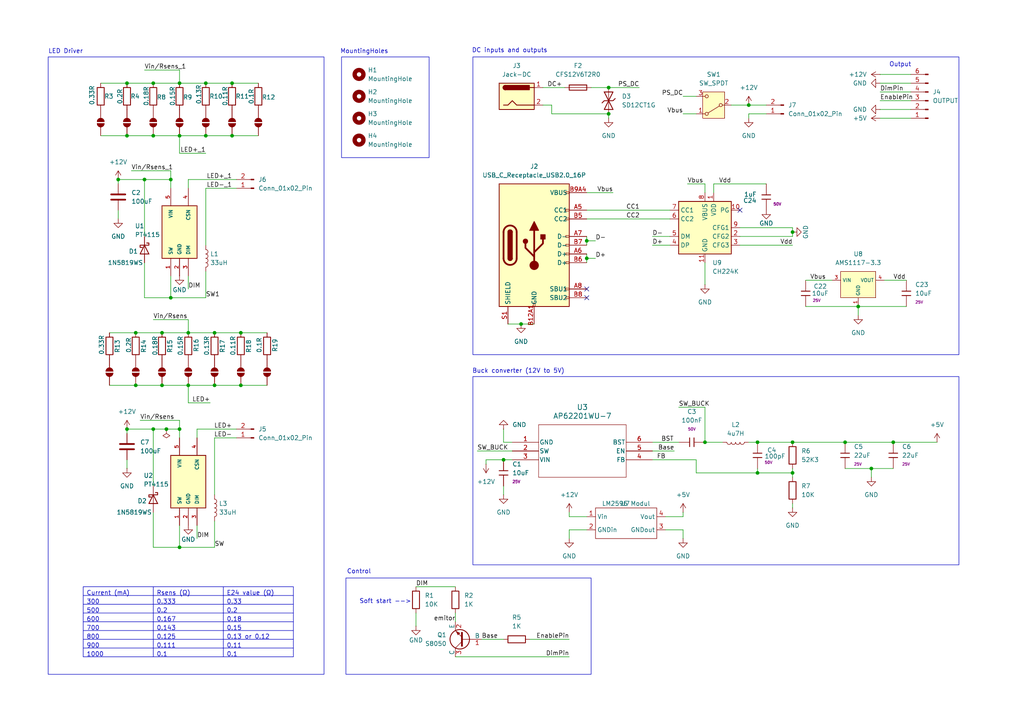
<source format=kicad_sch>
(kicad_sch (version 20250114) (generator "eeschema") (generator_version "9.0")
  (paper "A4")
  (title_block (title "CCFL2LED") (rev "1.0.3") (company "Пионир/Поново"))
  (rectangle (start 13.97 16.51) (end 93.98 195.58))
  (rectangle (start 100.33 167.64) (end 171.45 195.58))
  (rectangle (start 99.06 16.51) (end 124.46 45.72))
  (rectangle (start 137.16 109.22) (end 278.13 163.83))
  (rectangle (start 137.16 16.51) (end 278.13 102.87))
  (text "Buck converter (12V to 5V)" (at 150.368 107.696 0) (effects (font (size 1.27 1.27))))
  (text "LED Driver\n" (at 19.05 14.986 0) (effects (font (size 1.27 1.27))))
  (text "Control\n" (at 104.14 165.862 0) (effects (font (size 1.27 1.27))))
  (text "Soft start -->" (at 111.76 174.498 0) (effects (font (size 1.27 1.27))))
  (text "MountingHoles\n" (at 105.664 14.986 0) (effects (font (size 1.27 1.27))))
  (text "Output\n" (at 261.112 18.796 0) (effects (font (size 1.27 1.27))))
  (text "DC inputs and outputs\n\n" (at 147.828 15.748 0) (effects (font (size 1.27 1.27))))
  (junction (at 146.05 133.35))
  (junction (at 229.87 137.16))
  (junction (at 52.07 24.13))
  (junction (at 46.99 96.52))
  (junction (at 62.23 111.76))
  (junction (at 34.29 52.07))
  (junction (at 170.18 69.85))
  (junction (at 252.73 135.89))
  (junction (at 49.53 52.07))
  (junction (at 204.47 128.27))
  (junction (at 39.37 96.52))
  (junction (at 176.53 33.02))
  (junction (at 245.11 128.27))
  (junction (at 36.83 124.46))
  (junction (at 67.31 24.13))
  (junction (at 217.17 30.48))
  (junction (at 229.87 67.31))
  (junction (at 151.13 93.98))
  (junction (at 62.23 96.52))
  (junction (at 52.07 124.46))
  (junction (at 36.83 39.37))
  (junction (at 52.07 158.75))
  (junction (at 44.45 24.13))
  (junction (at 46.99 111.76))
  (junction (at 69.85 96.52))
  (junction (at 39.37 111.76))
  (junction (at 248.92 88.9))
  (junction (at 229.87 128.27))
  (junction (at 52.07 39.37))
  (junction (at 59.69 24.13))
  (junction (at 44.45 39.37))
  (junction (at 36.83 24.13))
  (junction (at 170.18 74.93))
  (junction (at 219.71 128.27))
  (junction (at 49.53 86.36))
  (junction (at 176.53 25.4))
  (junction (at 41.91 52.07))
  (junction (at 259.08 128.27))
  (junction (at 67.31 39.37))
  (junction (at 69.85 111.76))
  (junction (at 44.45 124.46))
  (junction (at 54.61 111.76))
  (junction (at 48.26 124.46))
  (junction (at 219.71 137.16))
  (junction (at 54.61 96.52))
  (junction (at 59.69 39.37))
  (no_connect (at 170.18 83.82))
  (no_connect (at 170.18 86.36))
  (no_connect (at 214.63 60.96))
  (wire (pts (xy 54.61 80.01) (xy 54.61 83.82)))
  (wire (pts (xy 69.85 96.52) (xy 77.47 96.52)))
  (wire (pts (xy 62.23 127) (xy 68.58 127)))
  (wire (pts (xy 52.07 24.13) (xy 59.69 24.13)))
  (wire (pts (xy 255.27 34.29) (xy 264.16 34.29)))
  (wire (pts (xy 52.07 124.46) (xy 52.07 121.92)))
  (wire (pts (xy 252.73 135.89) (xy 252.73 138.43)))
  (wire (pts (xy 41.91 20.32) (xy 52.07 20.32)))
  (wire (pts (xy 201.93 133.35) (xy 201.93 137.16)))
  (wire (pts (xy 248.92 88.9) (xy 262.89 88.9)))
  (wire (pts (xy 54.61 54.61) (xy 54.61 52.07)))
  (wire (pts (xy 36.83 39.37) (xy 44.45 39.37)))
  (wire (pts (xy 132.08 190.5) (xy 165.1 190.5)))
  (wire (pts (xy 165.1 148.59) (xy 165.1 149.86)))
  (wire (pts (xy 165.1 153.67) (xy 170.18 153.67)))
  (wire (pts (xy 57.15 127) (xy 57.15 124.46)))
  (wire (pts (xy 31.75 96.52) (xy 39.37 96.52)))
  (wire (pts (xy 189.23 133.35) (xy 201.93 133.35)))
  (wire (pts (xy 229.87 67.31) (xy 229.87 68.58)))
  (wire (pts (xy 256.54 81.28) (xy 262.89 81.28)))
  (wire (pts (xy 217.17 30.48) (xy 222.25 30.48)))
  (wire (pts (xy 255.27 29.21) (xy 264.16 29.21)))
  (wire (pts (xy 44.45 148.59) (xy 44.45 158.75)))
  (wire (pts (xy 36.83 124.46) (xy 44.45 124.46)))
  (wire (pts (xy 259.08 135.89) (xy 252.73 135.89)))
  (wire (pts (xy 219.71 137.16) (xy 229.87 137.16)))
  (wire (pts (xy 214.63 66.04) (xy 229.87 66.04)))
  (wire (pts (xy 259.08 128.27) (xy 271.78 128.27)))
  (wire (pts (xy 57.15 152.4) (xy 57.15 156.21)))
  (wire (pts (xy 138.43 130.81) (xy 148.59 130.81)))
  (wire (pts (xy 248.92 88.9) (xy 248.92 91.44)))
  (wire (pts (xy 219.71 128.27) (xy 229.87 128.27)))
  (wire (pts (xy 59.69 24.13) (xy 67.31 24.13)))
  (wire (pts (xy 165.1 156.21) (xy 165.1 153.67)))
  (wire (pts (xy 52.07 124.46) (xy 52.07 127)))
  (wire (pts (xy 176.53 33.02) (xy 176.53 34.29)))
  (wire (pts (xy 212.09 30.48) (xy 217.17 30.48)))
  (wire (pts (xy 165.1 149.86) (xy 170.18 149.86)))
  (wire (pts (xy 204.47 128.27) (xy 204.47 118.11)))
  (wire (pts (xy 199.39 53.34) (xy 204.47 53.34)))
  (wire (pts (xy 41.91 76.2) (xy 41.91 86.36)))
  (wire (pts (xy 245.11 135.89) (xy 252.73 135.89)))
  (wire (pts (xy 44.45 92.71) (xy 54.61 92.71)))
  (wire (pts (xy 217.17 33.02) (xy 217.17 34.29)))
  (wire (pts (xy 36.83 124.46) (xy 36.83 125.73)))
  (wire (pts (xy 255.27 21.59) (xy 264.16 21.59)))
  (wire (pts (xy 52.07 152.4) (xy 52.07 158.75)))
  (wire (pts (xy 62.23 151.13) (xy 62.23 158.75)))
  (wire (pts (xy 146.05 133.35) (xy 148.59 133.35)))
  (wire (pts (xy 198.12 27.94) (xy 201.93 27.94)))
  (wire (pts (xy 54.61 52.07) (xy 68.58 52.07)))
  (wire (pts (xy 255.27 24.13) (xy 264.16 24.13)))
  (wire (pts (xy 146.05 140.97) (xy 146.05 143.51)))
  (wire (pts (xy 204.47 76.2) (xy 204.47 82.55)))
  (wire (pts (xy 34.29 52.07) (xy 34.29 53.34)))
  (wire (pts (xy 49.53 52.07) (xy 49.53 49.53)))
  (wire (pts (xy 201.93 137.16) (xy 219.71 137.16)))
  (wire (pts (xy 214.63 68.58) (xy 229.87 68.58)))
  (wire (pts (xy 54.61 116.84) (xy 60.96 116.84)))
  (wire (pts (xy 233.68 81.28) (xy 241.3 81.28)))
  (wire (pts (xy 69.85 111.76) (xy 77.47 111.76)))
  (wire (pts (xy 46.99 96.52) (xy 54.61 96.52)))
  (wire (pts (xy 41.91 52.07) (xy 49.53 52.07)))
  (wire (pts (xy 233.68 88.9) (xy 248.92 88.9)))
  (wire (pts (xy 120.65 177.8) (xy 120.65 181.61)))
  (wire (pts (xy 140.97 133.35) (xy 146.05 133.35)))
  (wire (pts (xy 214.63 71.12) (xy 229.87 71.12)))
  (wire (pts (xy 198.12 153.67) (xy 198.12 156.21)))
  (wire (pts (xy 204.47 118.11) (xy 196.85 118.11)))
  (wire (pts (xy 41.91 52.07) (xy 41.91 68.58)))
  (wire (pts (xy 198.12 149.86) (xy 193.04 149.86)))
  (wire (pts (xy 62.23 96.52) (xy 69.85 96.52)))
  (wire (pts (xy 229.87 137.16) (xy 229.87 138.43)))
  (wire (pts (xy 46.99 111.76) (xy 54.61 111.76)))
  (wire (pts (xy 59.69 54.61) (xy 59.69 71.12)))
  (wire (pts (xy 59.69 39.37) (xy 67.31 39.37)))
  (wire (pts (xy 219.71 135.89) (xy 219.71 137.16)))
  (wire (pts (xy 52.07 44.45) (xy 59.69 44.45)))
  (wire (pts (xy 217.17 128.27) (xy 219.71 128.27)))
  (wire (pts (xy 52.07 20.32) (xy 52.07 24.13)))
  (wire (pts (xy 67.31 39.37) (xy 74.93 39.37)))
  (wire (pts (xy 229.87 66.04) (xy 229.87 67.31)))
  (wire (pts (xy 170.18 68.58) (xy 170.18 69.85)))
  (wire (pts (xy 189.23 128.27) (xy 196.85 128.27)))
  (wire (pts (xy 52.07 39.37) (xy 52.07 44.45)))
  (wire (pts (xy 153.67 185.42) (xy 165.1 185.42)))
  (wire (pts (xy 40.64 121.92) (xy 52.07 121.92)))
  (wire (pts (xy 31.75 111.76) (xy 39.37 111.76)))
  (wire (pts (xy 229.87 146.05) (xy 229.87 147.32)))
  (wire (pts (xy 49.53 86.36) (xy 59.69 86.36)))
  (wire (pts (xy 57.15 124.46) (xy 68.58 124.46)))
  (wire (pts (xy 62.23 127) (xy 62.23 143.51)))
  (wire (pts (xy 54.61 111.76) (xy 54.61 116.84)))
  (wire (pts (xy 204.47 128.27) (xy 209.55 128.27)))
  (wire (pts (xy 146.05 128.27) (xy 148.59 128.27)))
  (wire (pts (xy 139.7 185.42) (xy 146.05 185.42)))
  (wire (pts (xy 29.21 24.13) (xy 36.83 24.13)))
  (wire (pts (xy 39.37 111.76) (xy 46.99 111.76)))
  (wire (pts (xy 67.31 24.13) (xy 74.93 24.13)))
  (wire (pts (xy 132.08 177.8) (xy 132.08 180.34)))
  (wire (pts (xy 204.47 55.88) (xy 204.47 53.34)))
  (wire (pts (xy 207.01 55.88) (xy 207.01 53.34)))
  (wire (pts (xy 189.23 68.58) (xy 194.31 68.58)))
  (wire (pts (xy 157.48 25.4) (xy 163.83 25.4)))
  (wire (pts (xy 198.12 33.02) (xy 201.93 33.02)))
  (wire (pts (xy 176.53 25.4) (xy 185.42 25.4)))
  (wire (pts (xy 170.18 74.93) (xy 170.18 73.66)))
  (wire (pts (xy 59.69 78.74) (xy 59.69 86.36)))
  (wire (pts (xy 48.26 124.46) (xy 52.07 124.46)))
  (wire (pts (xy 44.45 24.13) (xy 52.07 24.13)))
  (wire (pts (xy 245.11 128.27) (xy 259.08 128.27)))
  (wire (pts (xy 49.53 80.01) (xy 49.53 86.36)))
  (wire (pts (xy 170.18 74.93) (xy 170.18 76.2)))
  (wire (pts (xy 157.48 30.48) (xy 160.02 30.48)))
  (wire (pts (xy 160.02 30.48) (xy 160.02 33.02)))
  (wire (pts (xy 62.23 111.76) (xy 69.85 111.76)))
  (wire (pts (xy 44.45 124.46) (xy 44.45 140.97)))
  (wire (pts (xy 34.29 52.07) (xy 41.91 52.07)))
  (wire (pts (xy 189.23 71.12) (xy 194.31 71.12)))
  (wire (pts (xy 34.29 60.96) (xy 34.29 63.5)))
  (wire (pts (xy 59.69 54.61) (xy 68.58 54.61)))
  (wire (pts (xy 170.18 60.96) (xy 194.31 60.96)))
  (wire (pts (xy 170.18 69.85) (xy 172.72 69.85)))
  (wire (pts (xy 170.18 55.88) (xy 177.8 55.88)))
  (wire (pts (xy 49.53 52.07) (xy 49.53 54.61)))
  (wire (pts (xy 36.83 24.13) (xy 44.45 24.13)))
  (wire (pts (xy 54.61 111.76) (xy 62.23 111.76)))
  (wire (pts (xy 44.45 124.46) (xy 48.26 124.46)))
  (wire (pts (xy 189.23 130.81) (xy 195.58 130.81)))
  (wire (pts (xy 52.07 39.37) (xy 59.69 39.37)))
  (wire (pts (xy 193.04 153.67) (xy 198.12 153.67)))
  (wire (pts (xy 147.32 93.98) (xy 151.13 93.98)))
  (wire (pts (xy 151.13 93.98) (xy 154.94 93.98)))
  (wire (pts (xy 172.72 74.93) (xy 170.18 74.93)))
  (wire (pts (xy 39.37 96.52) (xy 46.99 96.52)))
  (wire (pts (xy 160.02 33.02) (xy 176.53 33.02)))
  (wire (pts (xy 54.61 92.71) (xy 54.61 96.52)))
  (wire (pts (xy 170.18 69.85) (xy 170.18 71.12)))
  (wire (pts (xy 170.18 63.5) (xy 194.31 63.5)))
  (wire (pts (xy 229.87 128.27) (xy 245.11 128.27)))
  (wire (pts (xy 171.45 25.4) (xy 176.53 25.4)))
  (wire (pts (xy 229.87 137.16) (xy 229.87 135.89)))
  (wire (pts (xy 44.45 39.37) (xy 52.07 39.37)))
  (wire (pts (xy 222.25 33.02) (xy 217.17 33.02)))
  (wire (pts (xy 54.61 96.52) (xy 62.23 96.52)))
  (wire (pts (xy 52.07 158.75) (xy 62.23 158.75)))
  (wire (pts (xy 198.12 148.59) (xy 198.12 149.86)))
  (wire (pts (xy 44.45 158.75) (xy 52.07 158.75)))
  (wire (pts (xy 146.05 124.46) (xy 146.05 128.27)))
  (wire (pts (xy 255.27 26.67) (xy 264.16 26.67)))
  (wire (pts (xy 29.21 39.37) (xy 36.83 39.37)))
  (wire (pts (xy 36.83 133.35) (xy 36.83 135.89)))
  (wire (pts (xy 38.1 49.53) (xy 49.53 49.53)))
  (wire (pts (xy 120.65 170.18) (xy 132.08 170.18)))
  (wire (pts (xy 207.01 53.34) (xy 222.25 53.34)))
  (wire (pts (xy 140.97 133.35) (xy 140.97 134.62)))
  (wire (pts (xy 255.27 31.75) (xy 264.16 31.75)))
  (wire (pts (xy 41.91 86.36) (xy 49.53 86.36)))
  (table (column_count 3) (border (external yes) (header yes)) (separators (rows yes) (cols yes)) (column_widths 20.32 20.32 20.32) (row_heights 2.54 2.54 2.54 2.54 2.54 2.54 2.54 2.54) (cells (table_cell "Current (mA)" (at 24.13 170.18 0) (size 20.32 2.54) (margins 0.9525 0.9525 0.9525 0.9525) (span 1 1)) (table_cell "Rsens (Ω)" (at 44.45 170.18 0) (size 20.32 2.54) (margins 0.9525 0.9525 0.9525 0.9525) (span 1 1)) (table_cell "E24 value (Ω)" (at 64.77 170.18 0) (size 20.32 2.54) (margins 0.9525 0.9525 0.9525 0.9525) (span 1 1)) (table_cell "300" (at 24.13 172.72 0) (size 20.32 2.54) (margins 0.9525 0.9525 0.9525 0.9525) (span 1 1)) (table_cell "0.333" (at 44.45 172.72 0) (size 20.32 2.54) (margins 0.9525 0.9525 0.9525 0.9525) (span 1 1)) (table_cell "0.33" (at 64.77 172.72 0) (size 20.32 2.54) (margins 0.9525 0.9525 0.9525 0.9525) (span 1 1)) (table_cell "500" (at 24.13 175.26 0) (size 20.32 2.54) (margins 0.9525 0.9525 0.9525 0.9525) (span 1 1)) (table_cell "0.2" (at 44.45 175.26 0) (size 20.32 2.54) (margins 0.9525 0.9525 0.9525 0.9525) (span 1 1)) (table_cell "0.2" (at 64.77 175.26 0) (size 20.32 2.54) (margins 0.9525 0.9525 0.9525 0.9525) (span 1 1)) (table_cell "600" (at 24.13 177.8 0) (size 20.32 2.54) (margins 0.9525 0.9525 0.9525 0.9525) (span 1 1)) (table_cell "0.167" (at 44.45 177.8 0) (size 20.32 2.54) (margins 0.9525 0.9525 0.9525 0.9525) (span 1 1)) (table_cell "0.18" (at 64.77 177.8 0) (size 20.32 2.54) (margins 0.9525 0.9525 0.9525 0.9525) (span 1 1)) (table_cell "700" (at 24.13 180.34 0) (size 20.32 2.54) (margins 0.9525 0.9525 0.9525 0.9525) (span 1 1)) (table_cell "0.143" (at 44.45 180.34 0) (size 20.32 2.54) (margins 0.9525 0.9525 0.9525 0.9525) (span 1 1)) (table_cell "0.15" (at 64.77 180.34 0) (size 20.32 2.54) (margins 0.9525 0.9525 0.9525 0.9525) (span 1 1)) (table_cell "800" (at 24.13 182.88 0) (size 20.32 2.54) (margins 0.9525 0.9525 0.9525 0.9525) (span 1 1)) (table_cell "0.125" (at 44.45 182.88 0) (size 20.32 2.54) (margins 0.9525 0.9525 0.9525 0.9525) (span 1 1)) (table_cell "0.13 or 0.12" (at 64.77 182.88 0) (size 20.32 2.54) (margins 0.9525 0.9525 0.9525 0.9525) (span 1 1)) (table_cell "900" (at 24.13 185.42 0) (size 20.32 2.54) (margins 0.9525 0.9525 0.9525 0.9525) (span 1 1)) (table_cell "0.111" (at 44.45 185.42 0) (size 20.32 2.54) (margins 0.9525 0.9525 0.9525 0.9525) (span 1 1)) (table_cell "0.11" (at 64.77 185.42 0) (size 20.32 2.54) (margins 0.9525 0.9525 0.9525 0.9525) (span 1 1)) (table_cell "1000" (at 24.13 187.96 0) (size 20.32 2.54) (margins 0.9525 0.9525 0.9525 0.9525) (span 1 1)) (table_cell "0.1" (at 44.45 187.96 0) (size 20.32 2.54) (margins 0.9525 0.9525 0.9525 0.9525) (span 1 1)) (table_cell "0.1" (at 64.77 187.96 0) (size 20.32 2.54) (margins 0.9525 0.9525 0.9525 0.9525) (span 1 1))))
  (label "BST" (at 191.77 128.27 0))
  (label "LED-_1" (at 67.31 54.61 180))
  (label "CC2" (at 181.61 63.5 0))
  (label "FB" (at 190.5 133.35 0))
  (label "DC+" (at 158.75 25.4 0))
  (label "LED+_1" (at 67.31 52.07 180))
  (label "LED-" (at 67.31 127 180))
  (label "Base" (at 195.58 130.81 180))
  (label "LED+" (at 67.31 124.46 180))
  (label "Vbus" (at 199.39 53.34 0))
  (label "LED+_1" (at 59.69 44.45 180))
  (label "PS_DC" (at 198.12 27.94 180))
  (label "emitor" (at 132.08 180.34 180))
  (label "SW_BUCK" (at 196.85 118.11 0))
  (label "DIM" (at 57.15 156.21 0))
  (label "Vin{slash}Rsens_1" (at 38.1 49.53 0))
  (label "DimPin" (at 255.27 26.67 0))
  (label "EnablePin" (at 165.1 185.42 180))
  (label "DIM" (at 120.65 170.18 0))
  (label "EnablePin" (at 255.27 29.21 0))
  (label "Vin{slash}Rsens_1" (at 41.91 20.32 0))
  (label "Base" (at 139.7 185.42 0))
  (label "Vdd" (at 259.08 81.28 0))
  (label "Vin{slash}Rsens" (at 44.45 92.71 0))
  (label "SW" (at 62.23 158.75 0))
  (label "Vdd" (at 212.09 53.34 180))
  (label "Vin{slash}Rsens" (at 40.64 121.92 0))
  (label "Vbus" (at 177.8 55.88 180))
  (label "Vbus" (at 234.95 81.28 0))
  (label "PS_DC" (at 185.42 25.4 180))
  (label "CC1" (at 181.61 60.96 0))
  (label "Vdd" (at 229.87 71.12 180))
  (label "D+" (at 189.23 71.12 0))
  (label "D-" (at 189.23 68.58 0))
  (label "SW_BUCK" (at 138.43 130.81 0))
  (label "DIM" (at 54.61 83.82 0))
  (label "Vbus" (at 198.12 33.02 180))
  (label "DimPin" (at 165.1 190.5 180))
  (label "D-" (at 172.72 69.85 0))
  (label "SW1" (at 59.69 86.36 0))
  (label "D+" (at 172.72 74.93 0))
  (label "LED+" (at 60.96 116.84 180))
  (symbol (lib_id "PCM_JLCPCB-Capacitors:0603,100pF") (at 219.71 132.08 0) (unit 1)
    (property "Reference" "C4" (at 222.504 130.556 0) (effects (justify left)))
    (property "Value" "100pF" (at 221.742 132.334 0) (effects (justify left)))
    (property "Footprint" "PCM_JLCPCB:C_0603" (effects (hide yes)))
    (property "Datasheet" "https://www.lcsc.com/datasheet/lcsc_datasheet_2304140030_Samsung-Electro-Mechanics-CL10C101JB8NNNC_C14858.pdf" (effects (hide yes)))
    (property "Description" "50V 100pF C0G ±5% 0603 Multilayer Ceramic Capacitors MLCC - SMD/SMT ROHS" (effects (hide yes)))
    (property "LCSC Part #" "C519407" (effects (hide yes)))
    (property "LCSC" "C14858" (effects (hide yes)))
    (property "Stock" "3931535" (effects (hide yes)))
    (property "Price" "0.007USD" (effects (hide yes)))
    (property "Process" "SMT" (effects (hide yes)))
    (property "Minimum Qty" "20" (effects (hide yes)))
    (property "Attrition Qty" "10" (effects (hide yes)))
    (property "Class" "Basic Component" (effects (hide yes)))
    (property "Category" "Capacitors,Multilayer Ceramic Capacitors MLCC - SMD/SMT" (effects (hide yes)))
    (property "Manufacturer" "Samsung Electro-Mechanics" (effects (hide yes)))
    (property "Part" "CL10C101JB8NNNC" (effects (hide yes)))
    (property "Voltage Rated" "50V" (at 221.742 134.1262 0) (effects (font (size 0.8 0.8)) (justify left)))
    (property "Tolerance" "±5%" (effects (hide yes)))
    (property "Capacitance" "100pF" (effects (hide yes)))
    (property "Temperature Coefficient" "C0G" (effects (hide yes)))
  )
  (symbol (lib_id "power:+12V") (at 255.27 21.59 90) (unit 1)
    (property "Reference" "#PWR014" (effects (hide yes)))
    (property "Value" "+12V" (at 251.46 21.5899 90) (effects (justify left)))
    (property "Description" "Power symbol creates a global label with name \"+12V\"" (effects (hide yes)))
  )
  (symbol (lib_id "PCM_JLCPCB-Capacitors:0603,1uF") (at 222.25 57.15 0) (unit 1)
    (property "Reference" "C24" (at 219.456 58.1661 0) (effects (justify right)))
    (property "Value" "1uF" (at 219.456 56.388 0) (effects (justify right)))
    (property "Footprint" "PCM_JLCPCB:C_0603" (effects (hide yes)))
    (property "Datasheet" "https://www.lcsc.com/datasheet/lcsc_datasheet_2304140030_Samsung-Electro-Mechanics-CL10A105KB8NNNC_C15849.pdf" (effects (hide yes)))
    (property "Description" "50V 1uF X5R ±10% 0603 Multilayer Ceramic Capacitors MLCC - SMD/SMT ROHS" (effects (hide yes)))
    (property "LCSC" "C15849" (effects (hide yes)))
    (property "Stock" "9853704" (effects (hide yes)))
    (property "Price" "0.008USD" (effects (hide yes)))
    (property "Process" "SMT" (effects (hide yes)))
    (property "Minimum Qty" "20" (effects (hide yes)))
    (property "Attrition Qty" "10" (effects (hide yes)))
    (property "Class" "Basic Component" (effects (hide yes)))
    (property "Category" "Capacitors,Multilayer Ceramic Capacitors MLCC - SMD/SMT" (effects (hide yes)))
    (property "Manufacturer" "Samsung Electro-Mechanics" (effects (hide yes)))
    (property "Part" "CL10A105KB8NNNC" (effects (hide yes)))
    (property "Voltage Rated" "50V" (at 224.282 59.1962 0) (effects (font (size 0.8 0.8)) (justify left)))
    (property "Tolerance" "±10%" (effects (hide yes)))
    (property "Capacitance" "1uF" (effects (hide yes)))
    (property "Temperature Coefficient" "X5R" (effects (hide yes)))
    (property "LCSC Part #" "C15849" (effects (hide yes)))
  )
  (symbol (lib_id "power:GND") (at 120.65 181.61 0) (unit 1)
    (property "Reference" "#PWR04" (effects (hide yes)))
    (property "Value" "GND" (at 120.65 185.674 0))
    (property "Description" "Power symbol creates a global label with name \"GND\" , ground" (effects (hide yes)))
  )
  (symbol (lib_id "Device:Fuse") (at 167.64 25.4 90) (unit 1)
    (property "Reference" "F2" (at 167.64 19.05 90))
    (property "Value" "CFS12V6T2R0" (at 167.64 21.59 90))
    (property "Footprint" "Fuse:Fuse_1206_3216Metric" (effects (hide yes)))
    (property "Datasheet" "https://www.lcsc.com/datasheet/lcsc_datasheet_1809050939_TA-I-Tech-CFS12V6T2R0_C163132.pdf" (effects (hide yes)))
    (property "Description" "Fuse" (effects (hide yes)))
    (property "LCSC Part #" "C163132" (effects (hide yes)))
    (property "LCSC" "C163132" (effects (hide yes)))
  )
  (symbol (lib_id "Device:R") (at 74.93 27.94 0) (unit 1)
    (property "Reference" "R12" (at 75.946 28.194 0) (effects (justify left)))
    (property "Value" "0.1R" (at 72.898 30.226 90) (effects (justify left)))
    (property "Footprint" "Resistor_SMD:R_1206_3216Metric_Pad1.30x1.75mm_HandSolder" (effects (hide yes)))
    (property "Description" "Resistor" (effects (hide yes)))
    (property "LCSC" "C188071" (effects (hide yes)))
    (property "LCSC Part #" "C188071" (effects (hide yes)))
  )
  (symbol (lib_id "PCM_JLCPCB-Power:LDO, 3.3V, 1A") (at 248.92 83.82 0) (unit 1)
    (property "Reference" "U8" (at 248.92 73.66 0))
    (property "Value" "AMS1117-3.3" (at 248.92 76.2 0))
    (property "Footprint" "PCM_JLCPCB:SOT-223-3_L6.5-W3.4-P2.30-LS7.0-BR" (effects (hide yes)))
    (property "Datasheet" "https://www.lcsc.com/datasheet/lcsc_datasheet_2410121508_Advanced-Monolithic-Systems-AMS1117-3-3_C6186.pdf" (effects (hide yes)))
    (property "Description" "72dB@(120Hz) 1A Fixed 3.3V Positive electrode SOT-223 Voltage Regulators - Linear, Low Drop Out (LDO) Regulators ROHS" (effects (hide yes)))
    (property "LCSC" "C6186" (effects (hide yes)))
    (property "Stock" "553919" (effects (hide yes)))
    (property "Price" "0.179USD" (effects (hide yes)))
    (property "Process" "SMT" (effects (hide yes)))
    (property "Minimum Qty" "2" (effects (hide yes)))
    (property "Attrition Qty" "0" (effects (hide yes)))
    (property "Class" "Basic Component" (effects (hide yes)))
    (property "Category" "Power Management ICs,Linear Voltage Regulators (LDO)" (effects (hide yes)))
    (property "Manufacturer" "Advanced Monolithic Systems" (effects (hide yes)))
    (property "Part" "AMS1117-3.3" (effects (hide yes)))
    (property "Number Of Outputs" "1" (effects (hide yes)))
    (property "Output Voltage" "3.3V" (effects (hide yes)))
    (property "Dropout Voltage" "1.3V@(800mA)" (effects (hide yes)))
    (property "Output Current" "1A" (effects (hide yes)))
    (property "Output Type" "Fixed" (effects (hide yes)))
    (property "Output Polarity" "Positive electrode" (effects (hide yes)))
    (property "Power Supply Rejection Ratio (Psrr)" "72dB@(120Hz)" (effects (hide yes)))
    (property "Feature" "Overcurrent Protection(OCP);Thermal Protection(TSD)" (effects (hide yes)))
    (property "LCSC Part #" "C6186" (effects (hide yes)))
  )
  (symbol (lib_id "Device:R") (at 54.61 100.33 0) (unit 1)
    (property "Reference" "R16" (at 56.896 102.108 90) (effects (justify left)))
    (property "Value" "0.15R" (at 52.324 103.124 90) (effects (justify left)))
    (property "Footprint" "Resistor_SMD:R_1206_3216Metric_Pad1.30x1.75mm_HandSolder" (effects (hide yes)))
    (property "Description" "Resistor" (effects (hide yes)))
    (property "LCSC" "C2991747" (effects (hide yes)))
    (property "LCSC Part #" "C2991747" (effects (hide yes)))
  )
  (symbol (lib_id "PCM_JLCPCB-Capacitors:0603,10uF,(2)") (at 262.89 85.09 0) (unit 1)
    (property "Reference" "C23" (at 265.43 82.5499 0) (effects (justify left)))
    (property "Value" "10uF" (at 265.43 85.0899 0) (effects (justify left)))
    (property "Footprint" "PCM_JLCPCB:C_0603" (effects (hide yes)))
    (property "Datasheet" "https://www.lcsc.com/datasheet/lcsc_datasheet_2304140030_Samsung-Electro-Mechanics-CL10A106MA8NRNC_C96446.pdf" (effects (hide yes)))
    (property "Description" "25V 10uF X5R ±20% 0603 Multilayer Ceramic Capacitors MLCC - SMD/SMT ROHS" (effects (hide yes)))
    (property "LCSC Part #" "C96446" (effects (hide yes)))
    (property "Stock" "3489960" (effects (hide yes)))
    (property "Price" "0.021USD" (effects (hide yes)))
    (property "Process" "SMT" (effects (hide yes)))
    (property "Minimum Qty" "20" (effects (hide yes)))
    (property "Attrition Qty" "8" (effects (hide yes)))
    (property "Class" "Basic Component" (effects (hide yes)))
    (property "Category" "Capacitors,Multilayer Ceramic Capacitors MLCC - SMD/SMT" (effects (hide yes)))
    (property "Manufacturer" "Samsung Electro-Mechanics" (effects (hide yes)))
    (property "Part" "CL10A106MA8NRNC" (effects (hide yes)))
    (property "Voltage Rated" "25V" (at 265.43 87.63 0) (effects (font (size 0.8 0.8)) (justify left)))
    (property "Tolerance" "±20%" (effects (hide yes)))
    (property "Capacitance" "10uF" (effects (hide yes)))
    (property "Temperature Coefficient" "X5R" (effects (hide yes)))
    (property "LCSC" "C96446" (effects (hide yes)))
  )
  (symbol (lib_id "Mechanical:MountingHole") (at 104.14 27.94 0) (unit 1) (exclude_from_sim yes) (in_bom no)
    (property "Reference" "H2" (at 106.68 26.6699 0) (effects (justify left)))
    (property "Value" "MountingHole" (at 106.68 29.2099 0) (effects (justify left)))
    (property "Footprint" "MountingHole:MountingHole_2.2mm_M2" (effects (hide yes)))
    (property "Description" "Mounting Hole without connection" (effects (hide yes)))
  )
  (symbol (lib_id "PCM_JLCPCB-Capacitors:0603,100nF") (at 200.66 128.27 90) (unit 1)
    (property "Reference" "C3" (at 200.66 119.38 90))
    (property "Value" "100nF" (at 200.66 121.92 90))
    (property "Footprint" "PCM_JLCPCB:C_0603" (effects (hide yes)))
    (property "Datasheet" "https://www.lcsc.com/datasheet/lcsc_datasheet_2211101700_YAGEO-CC0603KRX7R9BB104_C14663.pdf" (effects (hide yes)))
    (property "Description" "50V 100nF X7R ±10% 0603 Multilayer Ceramic Capacitors MLCC - SMD/SMT ROHS" (effects (hide yes)))
    (property "LCSC Part #" "C66501" (effects (hide yes)))
    (property "LCSC" "C14663" (effects (hide yes)))
    (property "Stock" "40838969" (effects (hide yes)))
    (property "Price" "0.006USD" (effects (hide yes)))
    (property "Process" "SMT" (effects (hide yes)))
    (property "Minimum Qty" "20" (effects (hide yes)))
    (property "Attrition Qty" "6" (effects (hide yes)))
    (property "Class" "Basic Component" (effects (hide yes)))
    (property "Category" "Capacitors,Multilayer Ceramic Capacitors MLCC - SMD/SMT" (effects (hide yes)))
    (property "Manufacturer" "YAGEO" (effects (hide yes)))
    (property "Part" "CC0603KRX7R9BB104" (effects (hide yes)))
    (property "Voltage Rated" "50V" (at 200.66 124.46 90) (effects (font (size 0.8 0.8))))
    (property "Tolerance" "±10%" (effects (hide yes)))
    (property "Capacitance" "100nF" (effects (hide yes)))
    (property "Temperature Coefficient" "X7R" (effects (hide yes)))
  )
  (symbol (lib_id "PCM_JLCPCB-Capacitors:0603,10uF,(2)") (at 233.68 85.09 0) (unit 1)
    (property "Reference" "C22" (at 235.966 83.058 0) (effects (justify left)))
    (property "Value" "10uF" (at 235.458 85.09 0) (effects (justify left)))
    (property "Footprint" "PCM_JLCPCB:C_0603" (effects (hide yes)))
    (property "Datasheet" "https://www.lcsc.com/datasheet/lcsc_datasheet_2304140030_Samsung-Electro-Mechanics-CL10A106MA8NRNC_C96446.pdf" (effects (hide yes)))
    (property "Description" "25V 10uF X5R ±20% 0603 Multilayer Ceramic Capacitors MLCC - SMD/SMT ROHS" (effects (hide yes)))
    (property "LCSC" "C96446" (effects (hide yes)))
    (property "Stock" "3489960" (effects (hide yes)))
    (property "Price" "0.021USD" (effects (hide yes)))
    (property "Process" "SMT" (effects (hide yes)))
    (property "Minimum Qty" "20" (effects (hide yes)))
    (property "Attrition Qty" "8" (effects (hide yes)))
    (property "Class" "Basic Component" (effects (hide yes)))
    (property "Category" "Capacitors,Multilayer Ceramic Capacitors MLCC - SMD/SMT" (effects (hide yes)))
    (property "Manufacturer" "Samsung Electro-Mechanics" (effects (hide yes)))
    (property "Part" "CL10A106MA8NRNC" (effects (hide yes)))
    (property "Voltage Rated" "25V" (at 235.712 87.1362 0) (effects (font (size 0.8 0.8)) (justify left)))
    (property "Tolerance" "±20%" (effects (hide yes)))
    (property "Capacitance" "10uF" (effects (hide yes)))
    (property "Temperature Coefficient" "X5R" (effects (hide yes)))
    (property "LCSC Part #" "C96446" (effects (hide yes)))
  )
  (symbol (lib_id "Jumper:SolderJumper_2_Open") (at 74.93 35.56 90) (unit 1) (in_bom no)
    (property "Reference" "JP7" (effects (hide yes)))
    (property "Value" "SolderJumper_2_Open" (effects (hide yes)))
    (property "Footprint" "Jumper:SolderJumper-2_P1.3mm_Open_RoundedPad1.0x1.5mm" (effects (hide yes)))
    (property "Description" "Solder Jumper, 2-pole, open" (effects (hide yes)))
  )
  (symbol (lib_id "Connector:Conn_01x02_Pin") (at 227.33 33.02 180) (unit 1)
    (property "Reference" "J7" (at 228.6 30.4799 0) (effects (justify right)))
    (property "Value" "Conn_01x02_Pin" (at 228.6 33.0199 0) (effects (justify right)))
    (property "Footprint" "Connector_PinSocket_2.54mm:PinSocket_1x02_P2.54mm_Vertical" (effects (hide yes)))
    (property "Description" "Generic connector, single row, 01x02, script generated" (effects (hide yes)))
  )
  (symbol (lib_id "power:GND") (at 151.13 93.98 0) (unit 1)
    (property "Reference" "#PWR049" (effects (hide yes)))
    (property "Value" "GND" (at 151.13 99.06 0))
    (property "Description" "Power symbol creates a global label with name \"GND\" , ground" (effects (hide yes)))
  )
  (symbol (lib_id "power:+12V") (at 165.1 148.59 0) (unit 1)
    (property "Reference" "#PWR048" (effects (hide yes)))
    (property "Value" "+12V" (at 165.1 143.51 0))
    (property "Description" "Power symbol creates a global label with name \"+12V\"" (effects (hide yes)))
  )
  (symbol (lib_id "power:+5V") (at 271.78 128.27 0) (unit 1)
    (property "Reference" "#PWR012" (effects (hide yes)))
    (property "Value" "+5V" (at 271.78 123.19 0))
    (property "Description" "Power symbol creates a global label with name \"+5V\"" (effects (hide yes)))
  )
  (symbol (lib_id "Jumper:SolderJumper_2_Open") (at 54.61 107.95 90) (unit 1) (in_bom no)
    (property "Reference" "JP11" (effects (hide yes)))
    (property "Value" "SolderJumper_2_Open" (effects (hide yes)))
    (property "Footprint" "Jumper:SolderJumper-2_P1.3mm_Open_RoundedPad1.0x1.5mm" (effects (hide yes)))
    (property "Description" "Solder Jumper, 2-pole, open" (effects (hide yes)))
  )
  (symbol (lib_id "power:GND") (at 248.92 91.44 0) (unit 1)
    (property "Reference" "#PWR051" (effects (hide yes)))
    (property "Value" "GND" (at 248.92 96.52 0))
    (property "Description" "Power symbol creates a global label with name \"GND\" , ground" (effects (hide yes)))
  )
  (symbol (lib_id "Jumper:SolderJumper_2_Open") (at 69.85 107.95 90) (unit 1) (in_bom no)
    (property "Reference" "JP13" (effects (hide yes)))
    (property "Value" "SolderJumper_2_Open" (effects (hide yes)))
    (property "Footprint" "Jumper:SolderJumper-2_P1.3mm_Open_RoundedPad1.0x1.5mm" (effects (hide yes)))
    (property "Description" "Solder Jumper, 2-pole, open" (effects (hide yes)))
  )
  (symbol (lib_id "LED_Driver_Global:PT4115") (at 54.61 139.7 90) (unit 1)
    (property "Reference" "U2" (at 41.656 137.922 90) (effects (justify right)))
    (property "Value" "PT4115" (at 41.656 140.462 90) (effects (justify right)))
    (property "Footprint" "LED_Driver_Global:SOT-89-5" (effects (hide yes)))
    (property "Datasheet" "https://mm.digikey.com/Volume0/opasdata/d220001/medias/docus/6128/PT4115.pdf" (effects (hide yes)))
    (property "Description" "30V,1.2A Step-down High Brightness LED Driver with 5000:1 Dimming" (effects (hide yes)))
    (property "MF" "Pulse" (effects (hide yes)))
    (property "Package" "None" (effects (hide yes)))
    (property "Price" "None" (effects (hide yes)))
    (property "SnapEDA_Link" "https://www.snapeda.com/parts/PT4115/Pulse/view-part/?ref=snap" (effects (hide yes)))
    (property "MP" "PT4115" (effects (hide yes)))
    (property "Availability" "Not in stock" (effects (hide yes)))
    (property "Check_prices" "https://www.snapeda.com/parts/PT4115/Pulse/view-part/?ref=eda" (effects (hide yes)))
    (property "LCSC" "C347356" (effects (hide yes)))
    (property "LCSC Part #" "C347356" (effects (hide yes)))
  )
  (symbol (lib_id "PCM_JLCPCB-Resistors:0603,51kΩ") (at 229.87 132.08 0) (unit 1)
    (property "Reference" "R6" (at 232.41 130.8099 0) (effects (justify left)))
    (property "Value" "52K3" (at 232.41 133.3499 0) (effects (justify left)))
    (property "Footprint" "PCM_JLCPCB:R_0603" (effects (hide yes)))
    (property "Datasheet" "https://www.lcsc.com/datasheet/lcsc_datasheet_2206010116_UNI-ROYAL-Uniroyal-Elec-0603WAF5102T5E_C23196.pdf" (effects (hide yes)))
    (property "Description" "100mW Thick Film Resistors 75V ±100ppm/°C ±1% 51kΩ 0603 Chip Resistor - Surface Mount ROHS" (effects (hide yes)))
    (property "LCSC Part #" "C2933235" (effects (hide yes)))
    (property "LCSC" "C23196" (effects (hide yes)))
    (property "Stock" "1352506" (effects (hide yes)))
    (property "Price" "0.004USD" (effects (hide yes)))
    (property "Process" "SMT" (effects (hide yes)))
    (property "Minimum Qty" "20" (effects (hide yes)))
    (property "Attrition Qty" "10" (effects (hide yes)))
    (property "Class" "Basic Component" (effects (hide yes)))
    (property "Category" "Resistors,Chip Resistor - Surface Mount" (effects (hide yes)))
    (property "Manufacturer" "UNI-ROYAL(Uniroyal Elec)" (effects (hide yes)))
    (property "Part" "0603WAF5102T5E" (effects (hide yes)))
    (property "Resistance" "51kΩ" (effects (hide yes)))
    (property "Power(Watts)" "100mW" (effects (hide yes)))
    (property "Type" "Thick Film Resistors" (effects (hide yes)))
    (property "Overload Voltage (Max)" "75V" (effects (hide yes)))
    (property "Operating Temperature Range" "-55°C~+155°C" (effects (hide yes)))
    (property "Tolerance" "±1%" (effects (hide yes)))
    (property "Temperature Coefficient" "±100ppm/°C" (effects (hide yes)))
  )
  (symbol (lib_id "Device:C") (at 36.83 129.54 0) (unit 1)
    (property "Reference" "C7" (at 40.64 128.2699 0) (effects (justify left)))
    (property "Value" "100uF" (at 40.64 130.8099 0) (effects (justify left)))
    (property "Footprint" "Capacitor_SMD:C_Elec_6.3x7.7" (effects (hide yes)))
    (property "Description" "Unpolarized capacitor" (effects (hide yes)))
    (property "LCSC Part #" "C7432790" (effects (hide yes)))
    (property "LCSC" "C7432790" (effects (hide yes)))
  )
  (symbol (lib_id "power:+12V") (at 140.97 134.62 180) (unit 1)
    (property "Reference" "#PWR047" (effects (hide yes)))
    (property "Value" "+12V" (at 140.97 139.7 0))
    (property "Description" "Power symbol creates a global label with name \"+12V\"" (effects (hide yes)))
  )
  (symbol (lib_id "power:GND") (at 54.61 152.4 0) (unit 1)
    (property "Reference" "#PWR011" (effects (hide yes)))
    (property "Value" "GND" (at 54.61 156.464 0))
    (property "Description" "Power symbol creates a global label with name \"GND\" , ground" (effects (hide yes)))
  )
  (symbol (lib_id "PCM_JLCPCB-Extended:Connector, USB-TYPE-C-16P") (at 154.94 71.12 0) (unit 1)
    (property "Reference" "J2" (at 154.94 48.26 0))
    (property "Value" "USB_C_Receptacle_USB2.0_16P" (at 154.94 50.8 0))
    (property "Footprint" "PCM_JLCPCB:TYPE-C-SMD_HX-TYPE-C-16PIN" (effects (hide yes)))
    (property "Datasheet" "https://atta.szlcsc.com/upload/public/pdf/source/20220920/0EF8F885FCCEA71F60E9E85152155021.pdf" (effects (hide yes)))
    (property "Description" "3A 1 Horizontal attachment 16P Female -25℃~+85℃ Type-C SMD USB Connectors ROHS" (effects (hide yes)))
    (property "LCSC" "C2927039" (effects (hide yes)))
    (property "LCSC Part #" "C2927039" (effects (hide yes)))
  )
  (symbol (lib_id "PCM_JLCPCB-Resistors:0603,10kΩ") (at 229.87 142.24 0) (unit 1)
    (property "Reference" "R7" (at 232.41 140.9699 0) (effects (justify left)))
    (property "Value" "10K" (at 232.41 143.5099 0) (effects (justify left)))
    (property "Footprint" "PCM_JLCPCB:R_0603" (effects (hide yes)))
    (property "Datasheet" "https://www.lcsc.com/datasheet/lcsc_datasheet_2206010045_UNI-ROYAL-Uniroyal-Elec-0603WAF1002T5E_C25804.pdf" (effects (hide yes)))
    (property "Description" "100mW Thick Film Resistors 75V ±100ppm/°C ±1% 10kΩ 0603 Chip Resistor - Surface Mount ROHS" (effects (hide yes)))
    (property "LCSC Part #" "C25804" (effects (hide yes)))
    (property "LCSC" "C25804" (effects (hide yes)))
    (property "Stock" "24239676" (effects (hide yes)))
    (property "Price" "0.004USD" (effects (hide yes)))
    (property "Process" "SMT" (effects (hide yes)))
    (property "Minimum Qty" "20" (effects (hide yes)))
    (property "Attrition Qty" "10" (effects (hide yes)))
    (property "Class" "Basic Component" (effects (hide yes)))
    (property "Category" "Resistors,Chip Resistor - Surface Mount" (effects (hide yes)))
    (property "Manufacturer" "UNI-ROYAL(Uniroyal Elec)" (effects (hide yes)))
    (property "Part" "0603WAF1002T5E" (effects (hide yes)))
    (property "Resistance" "10kΩ" (effects (hide yes)))
    (property "Power(Watts)" "100mW" (effects (hide yes)))
    (property "Type" "Thick Film Resistors" (effects (hide yes)))
    (property "Overload Voltage (Max)" "75V" (effects (hide yes)))
    (property "Operating Temperature Range" "-55°C~+155°C" (effects (hide yes)))
    (property "Tolerance" "±1%" (effects (hide yes)))
    (property "Temperature Coefficient" "±100ppm/°C" (effects (hide yes)))
  )
  (symbol (lib_id "Device:R") (at 46.99 100.33 0) (unit 1)
    (property "Reference" "R15" (at 49.276 102.362 90) (effects (justify left)))
    (property "Value" "0.18R" (at 44.958 103.124 90) (effects (justify left)))
    (property "Footprint" "Resistor_SMD:R_1206_3216Metric_Pad1.30x1.75mm_HandSolder" (effects (hide yes)))
    (property "Description" "Resistor" (effects (hide yes)))
    (property "LCSC" "C912784" (effects (hide yes)))
    (property "LCSC Part #" "C912784" (effects (hide yes)))
  )
  (symbol (lib_id "Connector:Jack-DC") (at 149.86 27.94 0) (unit 1)
    (property "Reference" "J3" (at 149.86 19.05 0))
    (property "Value" "Jack-DC" (at 149.86 21.59 0))
    (property "Footprint" "Connector_BarrelJack:BarrelJack_Horizontal" (effects (hide yes)))
    (property "Datasheet" "https://www.lcsc.com/datasheet/lcsc_datasheet_2205201745_HCTL-HC-DC-005-2-0M_C3010534.pdf" (effects (hide yes)))
    (property "Description" "DC Barrel Jack" (effects (hide yes)))
    (property "LCSC Part #" "C3010534" (effects (hide yes)))
    (property "LCSC" "C3010534" (effects (hide yes)))
  )
  (symbol (lib_id "Mechanical:MountingHole") (at 104.14 40.64 0) (unit 1) (exclude_from_sim yes) (in_bom no)
    (property "Reference" "H4" (at 106.68 39.3699 0) (effects (justify left)))
    (property "Value" "MountingHole" (at 106.68 41.9099 0) (effects (justify left)))
    (property "Footprint" "MountingHole:MountingHole_2.2mm_M2" (effects (hide yes)))
    (property "Description" "Mounting Hole without connection" (effects (hide yes)))
  )
  (symbol (lib_id "PCM_JLCPCB-Transistors:NPN,S8050") (at 134.62 185.42 180) (unit 1)
    (property "Reference" "Q1" (at 129.54 184.1499 0) (effects (justify left)))
    (property "Value" "S8050" (at 129.54 186.6899 0) (effects (justify left)))
    (property "Footprint" "PCM_JLCPCB:Q_SOT-23" (effects (hide yes)))
    (property "Datasheet" "https://www.lcsc.com/datasheet/lcsc_datasheet_2407101108_MDD-Microdiode-Semiconductor-S8050-J3Y_C364312.pdf" (effects (hide yes)))
    (property "Description" "25V 300mW 120@50mA,1V 500mA NPN SOT-23 Bipolar (BJT) ROHS" (effects (hide yes)))
    (property "LCSC Part #" "C18221467" (effects (hide yes)))
    (property "LCSC" "C364312" (effects (hide yes)))
    (property "Stock" "834147" (effects (hide yes)))
    (property "Price" "0.012USD" (effects (hide yes)))
    (property "Process" "SMT" (effects (hide yes)))
    (property "Minimum Qty" "10" (effects (hide yes)))
    (property "Attrition Qty" "5" (effects (hide yes)))
    (property "Class" "Preferred Component" (effects (hide yes)))
    (property "Category" "Transistors,Bipolar Transistors - BJT" (effects (hide yes)))
    (property "Manufacturer" "MDD（Microdiode Electronics）" (effects (hide yes)))
    (property "Part" "S8050" (effects (hide yes)))
    (property "Transition Frequency (fT)" "150MHz" (effects (hide yes)))
    (property "Operating Temperature" "-55°C~+150°C" (effects (hide yes)))
    (property "Collector Cut-Off Current (Icbo)" "100nA" (effects (hide yes)))
    (property "Transistor Type" "NPN" (effects (hide yes)))
    (property "DC Current Gain (hFE@Ic,Vce)" "120@500mA,1V" (effects (hide yes)))
    (property "Power Dissipation (Pd)" "300mW" (effects (hide yes)))
    (property "Collector Current (Ic)" "500mA" (effects (hide yes)))
    (property "Collector-Emitter Saturation Voltage (VCE(sat)@Ic,Ib)" "600mV@500mA,50mA" (effects (hide yes)))
    (property "Collector-Emitter Breakdown Voltage (Vceo)" "25V" (effects (hide yes)))
  )
  (symbol (lib_id "power:GND") (at 176.53 34.29 0) (unit 1)
    (property "Reference" "#PWR046" (effects (hide yes)))
    (property "Value" "GND" (at 176.53 39.37 0))
    (property "Description" "Power symbol creates a global label with name \"GND\" , ground" (effects (hide yes)))
  )
  (symbol (lib_id "power:PWR_FLAG") (at 48.26 124.46 180) (unit 1)
    (property "Reference" "#FLG03" (effects (hide yes)))
    (property "Value" "PWR_FLAG" (effects (hide yes)))
    (property "Description" "Special symbol for telling ERC where power comes from" (effects (hide yes)))
  )
  (symbol (lib_id "Interface_USB:CH224K") (at 204.47 66.04 0) (unit 1)
    (property "Reference" "U9" (at 206.6133 76.2 0) (effects (justify left)))
    (property "Value" "CH224K" (at 206.6133 78.74 0) (effects (justify left)))
    (property "Footprint" "Package_SO:SSOP-10-1EP_3.9x4.9mm_P1mm_EP2.1x3.3mm" (effects (hide yes)))
    (property "Datasheet" "https://www.wch.cn/downloads/file/301.html" (effects (hide yes)))
    (property "Description" "100W USB Type-C PD3.0/2.0, BC1.2 Sink Controller, SSOP-10" (effects (hide yes)))
    (property "LCSC" "C970725" (effects (hide yes)))
    (property "LCSC Part #" "C970725" (effects (hide yes)))
  )
  (symbol (lib_id "power:GND") (at 198.12 156.21 0) (unit 1)
    (property "Reference" "#PWR045" (effects (hide yes)))
    (property "Value" "GND" (at 198.12 161.29 0))
    (property "Description" "Power symbol creates a global label with name \"GND\" , ground" (effects (hide yes)))
  )
  (symbol (lib_id "Device:R") (at 67.31 27.94 0) (unit 1)
    (property "Reference" "R11" (at 68.326 27.94 0) (effects (justify left)))
    (property "Value" "0.11R" (at 65.278 30.734 90) (effects (justify left)))
    (property "Footprint" "Resistor_SMD:R_1206_3216Metric_Pad1.30x1.75mm_HandSolder" (effects (hide yes)))
    (property "Description" "Resistor" (effects (hide yes)))
    (property "LCSC" "C82532" (effects (hide yes)))
    (property "LCSC Part #" "C82532" (effects (hide yes)))
  )
  (symbol (lib_id "Connector:Conn_01x06_Pin") (at 269.24 29.21 180) (unit 1) (exclude_from_sim yes) (in_bom no)
    (property "Reference" "J4" (at 270.51 26.6699 0) (effects (justify right)))
    (property "Value" "OUTPUT" (at 270.51 29.2099 0) (effects (justify right)))
    (property "Footprint" "Connector_PinHeader_2.54mm:PinHeader_1x06_P2.54mm_Vertical" (effects (hide yes)))
    (property "Description" "Generic connector, single row, 01x06, script generated" (effects (hide yes)))
  )
  (symbol (lib_id "Device:R") (at 52.07 27.94 0) (unit 1)
    (property "Reference" "R9" (at 53.086 28.194 0) (effects (justify left)))
    (property "Value" "0.15R" (at 50.038 30.734 90) (effects (justify left)))
    (property "Footprint" "Resistor_SMD:R_1206_3216Metric_Pad1.30x1.75mm_HandSolder" (effects (hide yes)))
    (property "Description" "Resistor" (effects (hide yes)))
    (property "LCSC" "C2991747" (effects (hide yes)))
    (property "LCSC Part #" "C2991747" (effects (hide yes)))
  )
  (symbol (lib_id "LED_Driver_Global:PT4115") (at 52.07 67.31 90) (unit 1)
    (property "Reference" "U1" (at 39.116 65.532 90) (effects (justify right)))
    (property "Value" "PT4115" (at 39.116 68.072 90) (effects (justify right)))
    (property "Footprint" "LED_Driver_Global:SOT-89-5" (effects (hide yes)))
    (property "Datasheet" "https://mm.digikey.com/Volume0/opasdata/d220001/medias/docus/6128/PT4115.pdf" (effects (hide yes)))
    (property "Description" "30V,1.2A Step-down High Brightness LED Driver with 5000:1 Dimming" (effects (hide yes)))
    (property "MF" "Pulse" (effects (hide yes)))
    (property "Package" "None" (effects (hide yes)))
    (property "Price" "None" (effects (hide yes)))
    (property "SnapEDA_Link" "https://www.snapeda.com/parts/PT4115/Pulse/view-part/?ref=snap" (effects (hide yes)))
    (property "MP" "PT4115" (effects (hide yes)))
    (property "Availability" "Not in stock" (effects (hide yes)))
    (property "Check_prices" "https://www.snapeda.com/parts/PT4115/Pulse/view-part/?ref=eda" (effects (hide yes)))
    (property "LCSC" "C347356" (effects (hide yes)))
    (property "LCSC Part #" "C347356" (effects (hide yes)))
  )
  (symbol (lib_id "PCM_JLCPCB-Diodes:TVS-Bi,SMF13CA") (at 176.53 29.21 180) (unit 1)
    (property "Reference" "D3" (at 180.34 27.9399 0) (effects (justify right)))
    (property "Value" "SD12CT1G" (at 180.34 30.4799 0) (effects (justify right)))
    (property "Footprint" "PCM_JLCPCB:D_SOD-123FL" (effects (hide yes)))
    (property "Datasheet" "https://wmsc.lcsc.com/wmsc/upload/file/pdf/v2/lcsc/2312221742_hongjiacheng-SMF13CA_C19077508.pdf" (effects (hide yes)))
    (property "Description" "9.3A 21.5V 200W 15.9V Bidirectional 13V SOD-123FL ESD and Surge Protection (TVS/ESD) ROHS" (effects (hide yes)))
    (property "LCSC Part #" "C2985489" (effects (hide yes)))
    (property "LCSC" "C19077508" (effects (hide yes)))
    (property "Stock" "63501" (effects (hide yes)))
    (property "Price" "0.027USD" (effects (hide yes)))
    (property "Process" "SMT" (effects (hide yes)))
    (property "Minimum Qty" "15" (effects (hide yes)))
    (property "Attrition Qty" "4" (effects (hide yes)))
    (property "Class" "Preferred Component" (effects (hide yes)))
    (property "Category" "TVS/Fuse/Board Level Protection,Electrostatic And Surge Protection (TVS/ESD)" (effects (hide yes)))
    (property "Manufacturer" "hongjiacheng" (effects (hide yes)))
    (property "Part" "SMF13CA" (effects (hide yes)))
  )
  (symbol (lib_id "PCM_JLCPCB-Capacitors:0805,22uF") (at 259.08 132.08 0) (unit 1)
    (property "Reference" "C6" (at 261.62 129.5399 0) (effects (justify left)))
    (property "Value" "22uF" (at 261.62 132.0799 0) (effects (justify left)))
    (property "Footprint" "PCM_JLCPCB:C_0805" (effects (hide yes)))
    (property "Datasheet" "https://www.lcsc.com/datasheet/lcsc_datasheet_2304140030_Samsung-Electro-Mechanics-CL21A226MAQNNNE_C45783.pdf" (effects (hide yes)))
    (property "Description" "25V 22uF X5R ±20% 0805 Multilayer Ceramic Capacitors MLCC - SMD/SMT ROHS" (effects (hide yes)))
    (property "LCSC Part #" "C98190" (effects (hide yes)))
    (property "LCSC" "C45783" (effects (hide yes)))
    (property "Stock" "2239227" (effects (hide yes)))
    (property "Price" "0.026USD" (effects (hide yes)))
    (property "Process" "SMT" (effects (hide yes)))
    (property "Minimum Qty" "20" (effects (hide yes)))
    (property "Attrition Qty" "6" (effects (hide yes)))
    (property "Class" "Basic Component" (effects (hide yes)))
    (property "Category" "Capacitors,Multilayer Ceramic Capacitors MLCC - SMD/SMT" (effects (hide yes)))
    (property "Manufacturer" "Samsung Electro-Mechanics" (effects (hide yes)))
    (property "Part" "CL21A226MAQNNNE" (effects (hide yes)))
    (property "Voltage Rated" "25V" (at 261.62 134.62 0) (effects (font (size 0.8 0.8)) (justify left)))
    (property "Tolerance" "±20%" (effects (hide yes)))
    (property "Capacitance" "22uF" (effects (hide yes)))
    (property "Temperature Coefficient" "X5R" (effects (hide yes)))
  )
  (symbol (lib_id "power:GND") (at 146.05 143.51 0) (unit 1)
    (property "Reference" "#PWR01" (effects (hide yes)))
    (property "Value" "GND" (at 146.05 148.59 0))
    (property "Description" "Power symbol creates a global label with name \"GND\" , ground" (effects (hide yes)))
  )
  (symbol (lib_id "Mechanical:MountingHole") (at 104.14 34.29 0) (unit 1) (exclude_from_sim yes) (in_bom no)
    (property "Reference" "H3" (at 106.68 33.0199 0) (effects (justify left)))
    (property "Value" "MountingHole" (at 106.68 35.5599 0) (effects (justify left)))
    (property "Footprint" "MountingHole:MountingHole_2.2mm_M2" (effects (hide yes)))
    (property "Description" "Mounting Hole without connection" (effects (hide yes)))
  )
  (symbol (lib_id "Jumper:SolderJumper_2_Open") (at 62.23 107.95 90) (unit 1) (in_bom no)
    (property "Reference" "JP12" (effects (hide yes)))
    (property "Value" "SolderJumper_2_Open" (effects (hide yes)))
    (property "Footprint" "Jumper:SolderJumper-2_P1.3mm_Open_RoundedPad1.0x1.5mm" (effects (hide yes)))
    (property "Description" "Solder Jumper, 2-pole, open" (effects (hide yes)))
  )
  (symbol (lib_id "power:+5V") (at 198.12 148.59 0) (unit 1)
    (property "Reference" "#PWR042" (effects (hide yes)))
    (property "Value" "+5V" (at 198.12 143.51 0))
    (property "Description" "Power symbol creates a global label with name \"+5V\"" (effects (hide yes)))
  )
  (symbol (lib_id "Device:R") (at 29.21 27.94 180) (unit 1)
    (property "Reference" "R3" (at 30.226 27.94 0) (effects (justify right)))
    (property "Value" "0.33R" (at 26.67 30.48 90) (effects (justify right)))
    (property "Footprint" "Resistor_SMD:R_1206_3216Metric_Pad1.30x1.75mm_HandSolder" (effects (hide yes)))
    (property "Description" "Resistor" (effects (hide yes)))
    (property "LCSC" "C341598" (effects (hide yes)))
    (property "LCSC Part #" "C341598" (effects (hide yes)))
  )
  (symbol (lib_id "PCM_JLCPCB-Capacitors:0603,10uF,(2)") (at 146.05 137.16 180) (unit 1)
    (property "Reference" "C1" (at 148.59 134.6199 0) (effects (justify right)))
    (property "Value" "10uF" (at 148.59 137.1599 0) (effects (justify right)))
    (property "Footprint" "PCM_JLCPCB:C_0603" (effects (hide yes)))
    (property "Datasheet" "https://www.lcsc.com/datasheet/lcsc_datasheet_2304140030_Samsung-Electro-Mechanics-CL10A106MA8NRNC_C96446.pdf" (effects (hide yes)))
    (property "Description" "25V 10uF X5R ±20% 0603 Multilayer Ceramic Capacitors MLCC - SMD/SMT ROHS" (effects (hide yes)))
    (property "LCSC Part #" "C1713" (effects (hide yes)))
    (property "LCSC" "C96446" (effects (hide yes)))
    (property "Stock" "3489960" (effects (hide yes)))
    (property "Price" "0.021USD" (effects (hide yes)))
    (property "Process" "SMT" (effects (hide yes)))
    (property "Minimum Qty" "20" (effects (hide yes)))
    (property "Attrition Qty" "8" (effects (hide yes)))
    (property "Class" "Basic Component" (effects (hide yes)))
    (property "Category" "Capacitors,Multilayer Ceramic Capacitors MLCC - SMD/SMT" (effects (hide yes)))
    (property "Manufacturer" "Samsung Electro-Mechanics" (effects (hide yes)))
    (property "Part" "CL10A106MA8NRNC" (effects (hide yes)))
    (property "Voltage Rated" "25V" (at 148.59 139.7 0) (effects (font (size 0.8 0.8)) (justify right)))
    (property "Tolerance" "±20%" (effects (hide yes)))
    (property "Capacitance" "10uF" (effects (hide yes)))
    (property "Temperature Coefficient" "X5R" (effects (hide yes)))
  )
  (symbol (lib_id "Jumper:SolderJumper_2_Open") (at 67.31 35.56 90) (unit 1) (in_bom no)
    (property "Reference" "JP6" (effects (hide yes)))
    (property "Value" "SolderJumper_2_Open" (effects (hide yes)))
    (property "Footprint" "Jumper:SolderJumper-2_P1.3mm_Open_RoundedPad1.0x1.5mm" (effects (hide yes)))
    (property "Description" "Solder Jumper, 2-pole, open" (effects (hide yes)))
  )
  (symbol (lib_id "power:GND") (at 255.27 31.75 270) (unit 1)
    (property "Reference" "#PWR016" (effects (hide yes)))
    (property "Value" "GND" (at 251.46 31.7499 90) (effects (justify right)))
    (property "Description" "Power symbol creates a global label with name \"GND\" , ground" (effects (hide yes)))
  )
  (symbol (lib_id "Jumper:SolderJumper_2_Open") (at 77.47 107.95 90) (unit 1) (in_bom no)
    (property "Reference" "JP14" (effects (hide yes)))
    (property "Value" "SolderJumper_2_Open" (effects (hide yes)))
    (property "Footprint" "Jumper:SolderJumper-2_P1.3mm_Open_RoundedPad1.0x1.5mm" (effects (hide yes)))
    (property "Description" "Solder Jumper, 2-pole, open" (effects (hide yes)))
  )
  (symbol (lib_id "Jumper:SolderJumper_2_Open") (at 44.45 35.56 90) (unit 1) (in_bom no)
    (property "Reference" "JP3" (effects (hide yes)))
    (property "Value" "SolderJumper_2_Open" (effects (hide yes)))
    (property "Footprint" "Jumper:SolderJumper-2_P1.3mm_Open_RoundedPad1.0x1.5mm" (effects (hide yes)))
    (property "Description" "Solder Jumper, 2-pole, open" (effects (hide yes)))
  )
  (symbol (lib_id "power:GND") (at 252.73 138.43 0) (unit 1)
    (property "Reference" "#PWR010" (effects (hide yes)))
    (property "Value" "GND" (at 252.73 143.51 0))
    (property "Description" "Power symbol creates a global label with name \"GND\" , ground" (effects (hide yes)))
  )
  (symbol (lib_id "Connector:Conn_01x02_Pin") (at 73.66 54.61 180) (unit 1)
    (property "Reference" "J6" (at 74.93 52.0699 0) (effects (justify right)))
    (property "Value" "Conn_01x02_Pin" (at 74.93 54.6099 0) (effects (justify right)))
    (property "Footprint" "Connector_PinSocket_2.54mm:PinSocket_1x02_P2.54mm_Vertical" (effects (hide yes)))
    (property "Description" "Generic connector, single row, 01x02, script generated" (effects (hide yes)))
  )
  (symbol (lib_id "Device:R") (at 36.83 27.94 0) (unit 1)
    (property "Reference" "R4" (at 37.846 27.94 0) (effects (justify left)))
    (property "Value" "0.2R" (at 34.798 30.226 90) (effects (justify left)))
    (property "Footprint" "Resistor_SMD:R_1206_3216Metric_Pad1.30x1.75mm_HandSolder" (effects (hide yes)))
    (property "Description" "Resistor" (effects (hide yes)))
    (property "LCSC" "C160920" (effects (hide yes)))
    (property "LCSC Part #" "C160920" (effects (hide yes)))
  )
  (symbol (lib_id "PCM_JLCPCB-Resistors:0603,1kΩ") (at 132.08 173.99 180) (unit 1)
    (property "Reference" "R2" (at 134.62 172.7199 0) (effects (justify right)))
    (property "Value" "1K" (at 134.62 175.2599 0) (effects (justify right)))
    (property "Footprint" "PCM_JLCPCB:R_0603" (effects (hide yes)))
    (property "Datasheet" "https://www.lcsc.com/datasheet/lcsc_datasheet_2206010130_UNI-ROYAL-Uniroyal-Elec-0603WAF1001T5E_C21190.pdf" (effects (hide yes)))
    (property "Description" "100mW Thick Film Resistors 75V ±100ppm/°C ±1% 1kΩ 0603 Chip Resistor - Surface Mount ROHS" (effects (hide yes)))
    (property "LCSC Part #" "C22548" (effects (hide yes)))
    (property "LCSC" "C21190" (effects (hide yes)))
    (property "Stock" "16097790" (effects (hide yes)))
    (property "Price" "0.004USD" (effects (hide yes)))
    (property "Process" "SMT" (effects (hide yes)))
    (property "Minimum Qty" "20" (effects (hide yes)))
    (property "Attrition Qty" "10" (effects (hide yes)))
    (property "Class" "Basic Component" (effects (hide yes)))
    (property "Category" "Resistors,Chip Resistor - Surface Mount" (effects (hide yes)))
    (property "Manufacturer" "UNI-ROYAL(Uniroyal Elec)" (effects (hide yes)))
    (property "Part" "0603WAF1001T5E" (effects (hide yes)))
    (property "Resistance" "1kΩ" (effects (hide yes)))
    (property "Power(Watts)" "100mW" (effects (hide yes)))
    (property "Type" "Thick Film Resistors" (effects (hide yes)))
    (property "Overload Voltage (Max)" "75V" (effects (hide yes)))
    (property "Operating Temperature Range" "-55°C~+155°C" (effects (hide yes)))
    (property "Tolerance" "±1%" (effects (hide yes)))
    (property "Temperature Coefficient" "±100ppm/°C" (effects (hide yes)))
  )
  (symbol (lib_id "PCM_JLCPCB-Resistors:0603,1kΩ") (at 149.86 185.42 90) (unit 1)
    (property "Reference" "R5" (at 149.86 179.07 90))
    (property "Value" "1K" (at 149.86 181.61 90))
    (property "Footprint" "PCM_JLCPCB:R_0603" (effects (hide yes)))
    (property "Datasheet" "https://www.lcsc.com/datasheet/lcsc_datasheet_2206010130_UNI-ROYAL-Uniroyal-Elec-0603WAF1001T5E_C21190.pdf" (effects (hide yes)))
    (property "Description" "100mW Thick Film Resistors 75V ±100ppm/°C ±1% 1kΩ 0603 Chip Resistor - Surface Mount ROHS" (effects (hide yes)))
    (property "LCSC Part #" "C22548" (effects (hide yes)))
    (property "LCSC" "C21190" (effects (hide yes)))
    (property "Stock" "16097790" (effects (hide yes)))
    (property "Price" "0.004USD" (effects (hide yes)))
    (property "Process" "SMT" (effects (hide yes)))
    (property "Minimum Qty" "20" (effects (hide yes)))
    (property "Attrition Qty" "10" (effects (hide yes)))
    (property "Class" "Basic Component" (effects (hide yes)))
    (property "Category" "Resistors,Chip Resistor - Surface Mount" (effects (hide yes)))
    (property "Manufacturer" "UNI-ROYAL(Uniroyal Elec)" (effects (hide yes)))
    (property "Part" "0603WAF1001T5E" (effects (hide yes)))
    (property "Resistance" "1kΩ" (effects (hide yes)))
    (property "Power(Watts)" "100mW" (effects (hide yes)))
    (property "Type" "Thick Film Resistors" (effects (hide yes)))
    (property "Overload Voltage (Max)" "75V" (effects (hide yes)))
    (property "Operating Temperature Range" "-55°C~+155°C" (effects (hide yes)))
    (property "Tolerance" "±1%" (effects (hide yes)))
    (property "Temperature Coefficient" "±100ppm/°C" (effects (hide yes)))
  )
  (symbol (lib_id "Jumper:SolderJumper_2_Open") (at 46.99 107.95 90) (unit 1) (in_bom no)
    (property "Reference" "JP10" (effects (hide yes)))
    (property "Value" "SolderJumper_2_Open" (effects (hide yes)))
    (property "Footprint" "Jumper:SolderJumper-2_P1.3mm_Open_RoundedPad1.0x1.5mm" (effects (hide yes)))
    (property "Description" "Solder Jumper, 2-pole, open" (effects (hide yes)))
  )
  (symbol (lib_id "Switch:SW_SPDT") (at 207.01 30.48 180) (unit 1)
    (property "Reference" "SW1" (at 207.01 21.59 0))
    (property "Value" "SW_SPDT" (at 207.01 24.13 0))
    (property "Footprint" "CustomSwitchFootprint:SS-12D11-G7" (effects (hide yes)))
    (property "Datasheet" "https://www.lcsc.com/datasheet/lcsc_datasheet_2411272110_G-Switch-SS-12D11-G030_C17179526.pdf" (effects (hide yes)))
    (property "Description" "Switch, single pole double throw" (effects (hide yes)))
    (property "LCSC" "C17179526" (effects (hide yes)))
    (property "LCSC Part #" "C17179526" (effects (hide yes)))
  )
  (symbol (lib_id "Jumper:SolderJumper_2_Open") (at 29.21 35.56 90) (unit 1) (in_bom no)
    (property "Reference" "JP1" (effects (hide yes)))
    (property "Value" "SolderJumper_2_Open" (effects (hide yes)))
    (property "Footprint" "Jumper:SolderJumper-2_P1.3mm_Open_RoundedPad1.0x1.5mm" (effects (hide yes)))
    (property "Description" "Solder Jumper, 2-pole, open" (effects (hide yes)))
  )
  (symbol (lib_id "Jumper:SolderJumper_2_Open") (at 36.83 35.56 90) (unit 1) (in_bom no)
    (property "Reference" "JP2" (effects (hide yes)))
    (property "Value" "SolderJumper_2_Open" (effects (hide yes)))
    (property "Footprint" "Jumper:SolderJumper-2_P1.3mm_Open_RoundedPad1.0x1.5mm" (effects (hide yes)))
    (property "Description" "Solder Jumper, 2-pole, open" (effects (hide yes)))
  )
  (symbol (lib_id "Jumper:SolderJumper_2_Open") (at 59.69 35.56 90) (unit 1) (in_bom no)
    (property "Reference" "JP5" (effects (hide yes)))
    (property "Value" "SolderJumper_2_Open" (effects (hide yes)))
    (property "Footprint" "Jumper:SolderJumper-2_P1.3mm_Open_RoundedPad1.0x1.5mm" (effects (hide yes)))
    (property "Description" "Solder Jumper, 2-pole, open" (effects (hide yes)))
  )
  (symbol (lib_id "Mechanical:MountingHole") (at 104.14 21.59 0) (unit 1) (exclude_from_sim yes) (in_bom no)
    (property "Reference" "H1" (at 106.68 20.3199 0) (effects (justify left)))
    (property "Value" "MountingHole" (at 106.68 22.8599 0) (effects (justify left)))
    (property "Footprint" "MountingHole:MountingHole_2.2mm_M2" (effects (hide yes)))
    (property "Description" "Mounting Hole without connection" (effects (hide yes)))
  )
  (symbol (lib_id "Diode:1N5819WS") (at 44.45 144.78 270) (unit 1)
    (property "Reference" "D2" (at 39.878 145.288 90) (effects (justify left)))
    (property "Value" "1N5819WS" (at 33.782 148.59 90) (effects (justify left)))
    (property "Footprint" "Diode_SMD:D_SOD-323" (effects (hide yes)))
    (property "Datasheet" "https://datasheet.lcsc.com/lcsc/2204281430_Guangdong-Hottech-1N5819WS_C191023.pdf" (effects (hide yes)))
    (property "Description" "40V 600mV@1A 1A SOD-323 Schottky Barrier Diodes, SOD-323" (effects (hide yes)))
    (property "LCSC Part #" "C2828425" (effects (hide yes)))
    (property "LCSC" "C2828425" (effects (hide yes)))
  )
  (symbol (lib_id "Device:R") (at 31.75 100.33 180) (unit 1)
    (property "Reference" "R13" (at 34.036 102.362 90) (effects (justify right)))
    (property "Value" "0.33R" (at 29.464 102.87 90) (effects (justify right)))
    (property "Footprint" "Resistor_SMD:R_1206_3216Metric_Pad1.30x1.75mm_HandSolder" (effects (hide yes)))
    (property "Description" "Resistor" (effects (hide yes)))
    (property "LCSC" "C341598" (effects (hide yes)))
    (property "LCSC Part #" "C341598" (effects (hide yes)))
  )
  (symbol (lib_id "power:GND") (at 222.25 60.96 0) (unit 1)
    (property "Reference" "#PWR052" (effects (hide yes)))
    (property "Value" "GND" (at 222.25 64.77 0))
    (property "Description" "Power symbol creates a global label with name \"GND\" , ground" (effects (hide yes)))
  )
  (symbol (lib_id "Device:R") (at 44.45 27.94 0) (unit 1)
    (property "Reference" "R8" (at 45.466 28.194 0) (effects (justify left)))
    (property "Value" "0.18R" (at 42.418 30.734 90) (effects (justify left)))
    (property "Footprint" "Resistor_SMD:R_1206_3216Metric_Pad1.30x1.75mm_HandSolder" (effects (hide yes)))
    (property "Description" "Resistor" (effects (hide yes)))
    (property "LCSC" "C912784" (effects (hide yes)))
    (property "LCSC Part #" "C912784" (effects (hide yes)))
  )
  (symbol (lib_id "Device:L") (at 213.36 128.27 270) (unit 1)
    (property "Reference" "L2" (at 213.36 123.19 90))
    (property "Value" "4u7H" (at 213.36 125.73 90))
    (property "Footprint" "Inductor_SMD:L_7.3x7.3_H4.5" (effects (hide yes)))
    (property "Description" "Inductor" (effects (hide yes)))
    (property "LCSC Part #" "C5189748" (effects (hide yes)))
    (property "LCSC" "C5189748" (effects (hide yes)))
  )
  (symbol (lib_id "power:GND") (at 229.87 67.31 90) (unit 1)
    (property "Reference" "#PWR053" (effects (hide yes)))
    (property "Value" "GND" (at 233.68 67.31 0))
    (property "Description" "Power symbol creates a global label with name \"GND\" , ground" (effects (hide yes)))
  )
  (symbol (lib_id "Device:R") (at 59.69 27.94 0) (unit 1)
    (property "Reference" "R10" (at 60.706 27.94 0) (effects (justify left)))
    (property "Value" "0.13R" (at 57.658 30.226 90) (effects (justify left)))
    (property "Footprint" "Resistor_SMD:R_1206_3216Metric_Pad1.30x1.75mm_HandSolder" (effects (hide yes)))
    (property "Description" "Resistor" (effects (hide yes)))
    (property "LCSC" "C2683382" (effects (hide yes)))
    (property "LCSC Part #" "C2683382" (effects (hide yes)))
  )
  (symbol (lib_id "power:GND") (at 204.47 82.55 0) (unit 1)
    (property "Reference" "#PWR050" (effects (hide yes)))
    (property "Value" "GND" (at 204.47 87.63 0))
    (property "Description" "Power symbol creates a global label with name \"GND\" , ground" (effects (hide yes)))
  )
  (symbol (lib_id "Device:R") (at 39.37 100.33 0) (unit 1)
    (property "Reference" "R14" (at 41.656 102.362 90) (effects (justify left)))
    (property "Value" "0.2R" (at 37.338 102.362 90) (effects (justify left)))
    (property "Footprint" "Resistor_SMD:R_1206_3216Metric_Pad1.30x1.75mm_HandSolder" (effects (hide yes)))
    (property "Description" "Resistor" (effects (hide yes)))
    (property "LCSC" "C160920" (effects (hide yes)))
    (property "LCSC Part #" "C160920" (effects (hide yes)))
  )
  (symbol (lib_id "power:GND") (at 229.87 147.32 0) (unit 1)
    (property "Reference" "#PWR07" (effects (hide yes)))
    (property "Value" "GND" (at 229.87 152.4 0))
    (property "Description" "Power symbol creates a global label with name \"GND\" , ground" (effects (hide yes)))
  )
  (symbol (lib_id "power:GND") (at 165.1 156.21 0) (unit 1)
    (property "Reference" "#PWR044" (effects (hide yes)))
    (property "Value" "GND" (at 165.1 161.29 0))
    (property "Description" "Power symbol creates a global label with name \"GND\" , ground" (effects (hide yes)))
  )
  (symbol (lib_id "Jumper:SolderJumper_2_Open") (at 39.37 107.95 90) (unit 1) (in_bom no)
    (property "Reference" "JP9" (effects (hide yes)))
    (property "Value" "SolderJumper_2_Open" (effects (hide yes)))
    (property "Footprint" "Jumper:SolderJumper-2_P1.3mm_Open_RoundedPad1.0x1.5mm" (effects (hide yes)))
    (property "Description" "Solder Jumper, 2-pole, open" (effects (hide yes)))
  )
  (symbol (lib_id "power:GND") (at 255.27 24.13 270) (unit 1)
    (property "Reference" "#PWR015" (effects (hide yes)))
    (property "Value" "GND" (at 251.46 24.1299 90) (effects (justify right)))
    (property "Description" "Power symbol creates a global label with name \"GND\" , ground" (effects (hide yes)))
  )
  (symbol (lib_id "power:GND") (at 36.83 135.89 0) (unit 1)
    (property "Reference" "#PWR09" (effects (hide yes)))
    (property "Value" "GND" (at 36.83 140.97 0))
    (property "Description" "Power symbol creates a global label with name \"GND\" , ground" (effects (hide yes)))
  )
  (symbol (lib_id "Diode:1N5819WS") (at 41.91 72.39 270) (unit 1)
    (property "Reference" "D1" (at 37.338 72.898 90) (effects (justify left)))
    (property "Value" "1N5819WS" (at 31.242 76.2 90) (effects (justify left)))
    (property "Footprint" "Diode_SMD:D_SOD-323" (effects (hide yes)))
    (property "Datasheet" "https://datasheet.lcsc.com/lcsc/2204281430_Guangdong-Hottech-1N5819WS_C191023.pdf" (effects (hide yes)))
    (property "Description" "40V 600mV@1A 1A SOD-323 Schottky Barrier Diodes, SOD-323" (effects (hide yes)))
    (property "LCSC Part #" "C2828425" (effects (hide yes)))
    (property "LCSC" "C2828425" (effects (hide yes)))
  )
  (symbol (lib_id "PCM_JLCPCB-Resistors:0603,10kΩ") (at 120.65 173.99 180) (unit 1)
    (property "Reference" "R1" (at 123.19 172.7199 0) (effects (justify right)))
    (property "Value" "10K" (at 123.19 175.2599 0) (effects (justify right)))
    (property "Footprint" "PCM_JLCPCB:R_0603" (effects (hide yes)))
    (property "Datasheet" "https://www.lcsc.com/datasheet/lcsc_datasheet_2206010045_UNI-ROYAL-Uniroyal-Elec-0603WAF1002T5E_C25804.pdf" (effects (hide yes)))
    (property "Description" "100mW Thick Film Resistors 75V ±100ppm/°C ±1% 10kΩ 0603 Chip Resistor - Surface Mount ROHS" (effects (hide yes)))
    (property "LCSC Part #" "C25804" (effects (hide yes)))
    (property "LCSC" "C25804" (effects (hide yes)))
    (property "Stock" "24239676" (effects (hide yes)))
    (property "Price" "0.004USD" (effects (hide yes)))
    (property "Process" "SMT" (effects (hide yes)))
    (property "Minimum Qty" "20" (effects (hide yes)))
    (property "Attrition Qty" "10" (effects (hide yes)))
    (property "Class" "Basic Component" (effects (hide yes)))
    (property "Category" "Resistors,Chip Resistor - Surface Mount" (effects (hide yes)))
    (property "Manufacturer" "UNI-ROYAL(Uniroyal Elec)" (effects (hide yes)))
    (property "Part" "0603WAF1002T5E" (effects (hide yes)))
    (property "Resistance" "10kΩ" (effects (hide yes)))
    (property "Power(Watts)" "100mW" (effects (hide yes)))
    (property "Type" "Thick Film Resistors" (effects (hide yes)))
    (property "Overload Voltage (Max)" "75V" (effects (hide yes)))
    (property "Operating Temperature Range" "-55°C~+155°C" (effects (hide yes)))
    (property "Tolerance" "±1%" (effects (hide yes)))
    (property "Temperature Coefficient" "±100ppm/°C" (effects (hide yes)))
  )
  (symbol (lib_id "power:+12V") (at 36.83 124.46 0) (unit 1)
    (property "Reference" "#PWR08" (effects (hide yes)))
    (property "Value" "+12V" (at 36.83 119.38 0))
    (property "Description" "Power symbol creates a global label with name \"+12V\"" (effects (hide yes)))
  )
  (symbol (lib_id "Device:C") (at 34.29 57.15 0) (unit 1)
    (property "Reference" "C2" (at 38.1 55.8799 0) (effects (justify left)))
    (property "Value" "100uF" (at 38.1 58.4199 0) (effects (justify left)))
    (property "Footprint" "Capacitor_SMD:C_Elec_6.3x7.7" (effects (hide yes)))
    (property "Description" "Unpolarized capacitor" (effects (hide yes)))
    (property "LCSC Part #" "C7432790" (effects (hide yes)))
    (property "LCSC" "C7432790" (effects (hide yes)))
  )
  (symbol (lib_id "power:+12V") (at 34.29 52.07 0) (unit 1)
    (property "Reference" "#PWR02" (effects (hide yes)))
    (property "Value" "+12V" (at 34.29 46.99 0))
    (property "Description" "Power symbol creates a global label with name \"+12V\"" (effects (hide yes)))
  )
  (symbol (lib_id "Buck_Converter_Global:Modul_LM2956") (at 181.61 151.13 0) (unit 1)
    (property "Reference" "U7" (at 181.356 146.05 0))
    (property "Value" "LM2596 Modul" (at 181.61 146.05 0))
    (property "Footprint" "Buck_Converters_Global:YAAJ_DCDC_StepDown_LM2596" (effects (hide yes)))
  )
  (symbol (lib_id "power:GND") (at 52.07 80.01 0) (unit 1)
    (property "Reference" "#PWR05" (effects (hide yes)))
    (property "Value" "GND" (at 52.07 84.074 0))
    (property "Description" "Power symbol creates a global label with name \"GND\" , ground" (effects (hide yes)))
  )
  (symbol (lib_id "Device:R") (at 62.23 100.33 0) (unit 1)
    (property "Reference" "R17" (at 64.516 102.362 90) (effects (justify left)))
    (property "Value" "0.13R" (at 59.944 103.124 90) (effects (justify left)))
    (property "Footprint" "Resistor_SMD:R_1206_3216Metric_Pad1.30x1.75mm_HandSolder" (effects (hide yes)))
    (property "Description" "Resistor" (effects (hide yes)))
    (property "LCSC" "C2683382" (effects (hide yes)))
    (property "LCSC Part #" "C2683382" (effects (hide yes)))
  )
  (symbol (lib_id "Buck_Converter_Global:AP62201WU-7") (at 148.59 128.27 0) (unit 1)
    (property "Reference" "U3" (at 168.91 118.11 0) (effects (font (size 1.524 1.524))))
    (property "Value" "AP62201WU-7" (at 168.91 120.65 0) (effects (font (size 1.524 1.524))))
    (property "Footprint" "Buck_Converters_Global:TSOT26-WU_DIO" (effects (hide yes)))
    (property "Datasheet" "https://www.lcsc.com/datasheet/lcsc_datasheet_2308101545_Diodes-Incorporated-AP62201WU-7_C3194236.pdf" (effects (hide yes)))
    (property "Description" "4.2V TO 18V INPUT, 2A LOW IQ SYNCHRONOUS BUCK CONVERTER" (effects (hide yes)))
    (property "LCSC Part" "C3194236" (effects (hide yes)))
    (property "LCSC" "C3194236" (effects (hide yes)))
    (property "LCSC Part #" "C3194236" (effects (hide yes)))
  )
  (symbol (lib_id "Device:L") (at 59.69 74.93 0) (unit 1)
    (property "Reference" "L1" (at 60.96 73.6599 0) (effects (justify left)))
    (property "Value" "33uH" (at 60.96 76.1999 0) (effects (justify left)))
    (property "Footprint" "Inductor_SMD:L_7.3x7.3_H4.5" (effects (hide yes)))
    (property "Description" "Inductor" (effects (hide yes)))
    (property "LCSC Part #" "C5189937" (effects (hide yes)))
    (property "LCSC" "C5189937" (effects (hide yes)))
  )
  (symbol (lib_id "power:GND") (at 34.29 63.5 0) (unit 1)
    (property "Reference" "#PWR03" (effects (hide yes)))
    (property "Value" "GND" (at 34.29 68.58 0))
    (property "Description" "Power symbol creates a global label with name \"GND\" , ground" (effects (hide yes)))
  )
  (symbol (lib_id "Device:L") (at 62.23 147.32 0) (unit 1)
    (property "Reference" "L3" (at 63.5 146.0499 0) (effects (justify left)))
    (property "Value" "33uH" (at 63.5 148.5899 0) (effects (justify left)))
    (property "Footprint" "Inductor_SMD:L_7.3x7.3_H4.5" (effects (hide yes)))
    (property "Description" "Inductor" (effects (hide yes)))
    (property "LCSC Part #" "C5189937" (effects (hide yes)))
    (property "LCSC" "C5189937" (effects (hide yes)))
  )
  (symbol (lib_id "Device:R") (at 77.47 100.33 0) (unit 1)
    (property "Reference" "R19" (at 79.756 102.108 90) (effects (justify left)))
    (property "Value" "0.1R" (at 75.184 102.362 90) (effects (justify left)))
    (property "Footprint" "Resistor_SMD:R_1206_3216Metric_Pad1.30x1.75mm_HandSolder" (effects (hide yes)))
    (property "Description" "Resistor" (effects (hide yes)))
    (property "LCSC" "C188071" (effects (hide yes)))
    (property "LCSC Part #" "C188071" (effects (hide yes)))
  )
  (symbol (lib_id "Jumper:SolderJumper_2_Open") (at 52.07 35.56 90) (unit 1) (in_bom no)
    (property "Reference" "JP4" (effects (hide yes)))
    (property "Value" "SolderJumper_2_Open" (effects (hide yes)))
    (property "Footprint" "Jumper:SolderJumper-2_P1.3mm_Open_RoundedPad1.0x1.5mm" (effects (hide yes)))
    (property "Description" "Solder Jumper, 2-pole, open" (effects (hide yes)))
  )
  (symbol (lib_id "power:GND") (at 146.05 124.46 180) (unit 1)
    (property "Reference" "#PWR06" (effects (hide yes)))
    (property "Value" "GND" (at 148.59 123.1899 0) (effects (justify right)))
    (property "Description" "Power symbol creates a global label with name \"GND\" , ground" (effects (hide yes)))
  )
  (symbol (lib_id "Jumper:SolderJumper_2_Open") (at 31.75 107.95 90) (unit 1) (in_bom no)
    (property "Reference" "JP8" (effects (hide yes)))
    (property "Value" "SolderJumper_2_Open" (effects (hide yes)))
    (property "Footprint" "Jumper:SolderJumper-2_P1.3mm_Open_RoundedPad1.0x1.5mm" (effects (hide yes)))
    (property "Description" "Solder Jumper, 2-pole, open" (effects (hide yes)))
  )
  (symbol (lib_id "Connector:Conn_01x02_Pin") (at 73.66 127 180) (unit 1)
    (property "Reference" "J5" (at 74.93 124.4599 0) (effects (justify right)))
    (property "Value" "Conn_01x02_Pin" (at 74.93 126.9999 0) (effects (justify right)))
    (property "Footprint" "Connector_PinSocket_2.54mm:PinSocket_1x02_P2.54mm_Vertical" (effects (hide yes)))
    (property "Description" "Generic connector, single row, 01x02, script generated" (effects (hide yes)))
  )
  (symbol (lib_id "power:+12V") (at 217.17 30.48 0) (unit 1)
    (property "Reference" "#PWR013" (effects (hide yes)))
    (property "Value" "+12V" (at 217.17 25.4 0))
    (property "Description" "Power symbol creates a global label with name \"+12V\"" (effects (hide yes)))
  )
  (symbol (lib_id "PCM_JLCPCB-Capacitors:0805,22uF") (at 245.11 132.08 0) (unit 1)
    (property "Reference" "C5" (at 247.65 129.5399 0) (effects (justify left)))
    (property "Value" "22uF" (at 247.65 132.0799 0) (effects (justify left)))
    (property "Footprint" "PCM_JLCPCB:C_0805" (effects (hide yes)))
    (property "Datasheet" "https://www.lcsc.com/datasheet/lcsc_datasheet_2304140030_Samsung-Electro-Mechanics-CL21A226MAQNNNE_C45783.pdf" (effects (hide yes)))
    (property "Description" "25V 22uF X5R ±20% 0805 Multilayer Ceramic Capacitors MLCC - SMD/SMT ROHS" (effects (hide yes)))
    (property "LCSC Part #" "C98190" (effects (hide yes)))
    (property "LCSC" "C45783" (effects (hide yes)))
    (property "Stock" "2239227" (effects (hide yes)))
    (property "Price" "0.026USD" (effects (hide yes)))
    (property "Process" "SMT" (effects (hide yes)))
    (property "Minimum Qty" "20" (effects (hide yes)))
    (property "Attrition Qty" "6" (effects (hide yes)))
    (property "Class" "Basic Component" (effects (hide yes)))
    (property "Category" "Capacitors,Multilayer Ceramic Capacitors MLCC - SMD/SMT" (effects (hide yes)))
    (property "Manufacturer" "Samsung Electro-Mechanics" (effects (hide yes)))
    (property "Part" "CL21A226MAQNNNE" (effects (hide yes)))
    (property "Voltage Rated" "25V" (at 247.65 134.62 0) (effects (font (size 0.8 0.8)) (justify left)))
    (property "Tolerance" "±20%" (effects (hide yes)))
    (property "Capacitance" "22uF" (effects (hide yes)))
    (property "Temperature Coefficient" "X5R" (effects (hide yes)))
  )
  (symbol (lib_id "power:GND") (at 217.17 34.29 0) (unit 1)
    (property "Reference" "#PWR018" (effects (hide yes)))
    (property "Value" "GND" (at 217.17 39.37 0))
    (property "Description" "Power symbol creates a global label with name \"GND\" , ground" (effects (hide yes)))
  )
  (symbol (lib_id "power:+5V") (at 255.27 34.29 90) (unit 1)
    (property "Reference" "#PWR017" (effects (hide yes)))
    (property "Value" "+5V" (at 251.46 34.2899 90) (effects (justify left)))
    (property "Description" "Power symbol creates a global label with name \"+5V\"" (effects (hide yes)))
  )
  (symbol (lib_id "Device:R") (at 69.85 100.33 0) (unit 1)
    (property "Reference" "R18" (at 72.136 102.362 90) (effects (justify left)))
    (property "Value" "0.11R" (at 67.564 103.124 90) (effects (justify left)))
    (property "Footprint" "Resistor_SMD:R_1206_3216Metric_Pad1.30x1.75mm_HandSolder" (effects (hide yes)))
    (property "Description" "Resistor" (effects (hide yes)))
    (property "LCSC" "C82532" (effects (hide yes)))
    (property "LCSC Part #" "C82532" (effects (hide yes)))
  )
)
</source>
